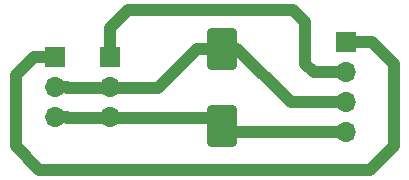
<source format=gtl>
G04 #@! TF.GenerationSoftware,KiCad,Pcbnew,(6.0.0)*
G04 #@! TF.CreationDate,2022-06-26T22:52:38+02:00*
G04 #@! TF.ProjectId,mht-servo,6d68742d-7365-4727-966f-2e6b69636164,rev?*
G04 #@! TF.SameCoordinates,Original*
G04 #@! TF.FileFunction,Copper,L1,Top*
G04 #@! TF.FilePolarity,Positive*
%FSLAX46Y46*%
G04 Gerber Fmt 4.6, Leading zero omitted, Abs format (unit mm)*
G04 Created by KiCad (PCBNEW (6.0.0)) date 2022-06-26 22:52:38*
%MOMM*%
%LPD*%
G01*
G04 APERTURE LIST*
G04 Aperture macros list*
%AMRoundRect*
0 Rectangle with rounded corners*
0 $1 Rounding radius*
0 $2 $3 $4 $5 $6 $7 $8 $9 X,Y pos of 4 corners*
0 Add a 4 corners polygon primitive as box body*
4,1,4,$2,$3,$4,$5,$6,$7,$8,$9,$2,$3,0*
0 Add four circle primitives for the rounded corners*
1,1,$1+$1,$2,$3*
1,1,$1+$1,$4,$5*
1,1,$1+$1,$6,$7*
1,1,$1+$1,$8,$9*
0 Add four rect primitives between the rounded corners*
20,1,$1+$1,$2,$3,$4,$5,0*
20,1,$1+$1,$4,$5,$6,$7,0*
20,1,$1+$1,$6,$7,$8,$9,0*
20,1,$1+$1,$8,$9,$2,$3,0*%
G04 Aperture macros list end*
G04 #@! TA.AperFunction,ComponentPad*
%ADD10R,1.700000X1.700000*%
G04 #@! TD*
G04 #@! TA.AperFunction,ComponentPad*
%ADD11O,1.700000X1.700000*%
G04 #@! TD*
G04 #@! TA.AperFunction,SMDPad,CuDef*
%ADD12RoundRect,0.250000X-1.000000X1.500000X-1.000000X-1.500000X1.000000X-1.500000X1.000000X1.500000X0*%
G04 #@! TD*
G04 #@! TA.AperFunction,Conductor*
%ADD13C,1.000000*%
G04 #@! TD*
G04 APERTURE END LIST*
D10*
X143350000Y-72475000D03*
D11*
X143350000Y-75015000D03*
X143350000Y-77555000D03*
D10*
X148000000Y-72475000D03*
D11*
X148000000Y-75015000D03*
X148000000Y-77555000D03*
D12*
X157500000Y-71750000D03*
X157500000Y-78250000D03*
D10*
X168000000Y-71200000D03*
D11*
X168000000Y-73740000D03*
X168000000Y-76280000D03*
X168000000Y-78820000D03*
D13*
X168000000Y-76280000D02*
X163280000Y-76280000D01*
X158750000Y-71750000D02*
X157500000Y-71750000D01*
X144315000Y-75015000D02*
X144350000Y-75050000D01*
X163280000Y-76280000D02*
X158750000Y-71750000D01*
X155350000Y-71750000D02*
X157500000Y-71750000D01*
X143350000Y-75015000D02*
X144315000Y-75015000D01*
X152050000Y-75050000D02*
X155350000Y-71750000D01*
X144350000Y-75050000D02*
X152050000Y-75050000D01*
X144315000Y-77555000D02*
X144350000Y-77590000D01*
X168000000Y-78820000D02*
X158070000Y-78820000D01*
X156840000Y-77590000D02*
X157500000Y-78250000D01*
X158070000Y-78820000D02*
X157500000Y-78250000D01*
X143350000Y-77555000D02*
X144315000Y-77555000D01*
X144350000Y-77590000D02*
X156840000Y-77590000D01*
X142000000Y-82000000D02*
X170000000Y-82000000D01*
X143350000Y-72475000D02*
X141525000Y-72475000D01*
X141525000Y-72475000D02*
X140000000Y-74000000D01*
X140000000Y-74000000D02*
X140000000Y-80000000D01*
X140000000Y-80000000D02*
X142000000Y-82000000D01*
X170200000Y-71200000D02*
X168000000Y-71200000D01*
X170000000Y-82000000D02*
X172000000Y-80000000D01*
X172000000Y-80000000D02*
X172000000Y-73000000D01*
X172000000Y-73000000D02*
X170200000Y-71200000D01*
X165240000Y-73740000D02*
X168000000Y-73740000D01*
X164500000Y-73000000D02*
X165240000Y-73740000D01*
X164500000Y-69500000D02*
X164500000Y-73000000D01*
X149500000Y-68500000D02*
X163500000Y-68500000D01*
X148000000Y-70000000D02*
X149500000Y-68500000D01*
X148000000Y-72475000D02*
X148000000Y-70000000D01*
X163500000Y-68500000D02*
X164500000Y-69500000D01*
M02*

</source>
